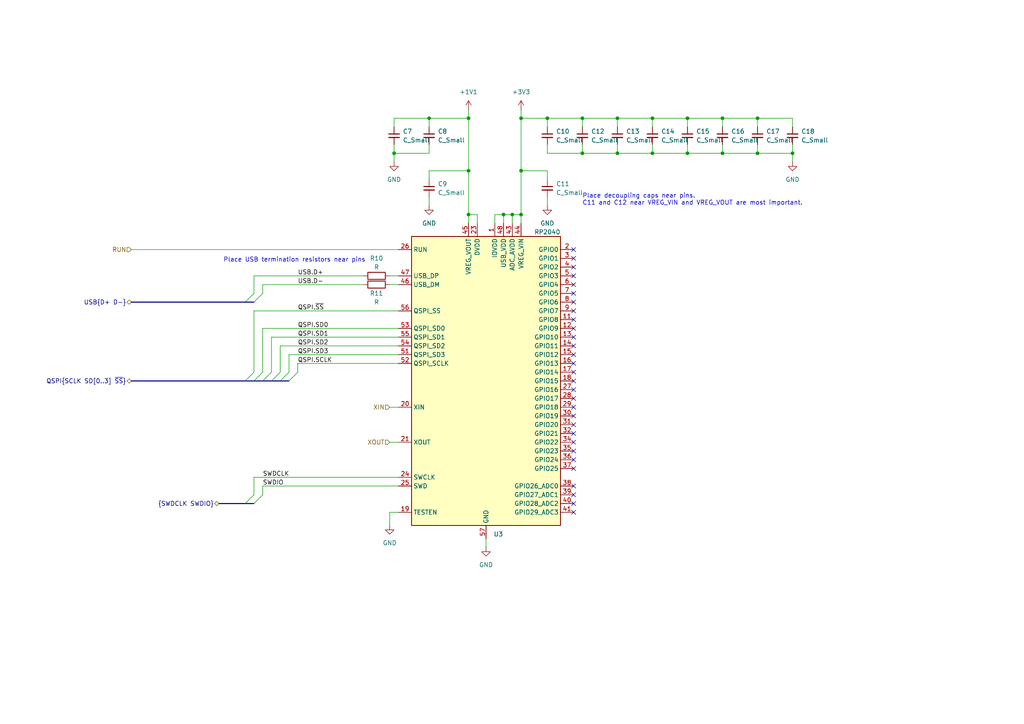
<source format=kicad_sch>
(kicad_sch (version 20231120) (generator "eeschema") (generator_version "8.0")
  (paper "A4")
  (lib_symbols
    (symbol "Device:C_Small" (pin_numbers hide) (pin_names (offset 0.254) hide)
      (property "Reference" "C" (at 0.254 1.778 0))
      (property "Value" "C_Small" (at 0.254 -2.032 0))
      (symbol "C_Small_0_1"
        (polyline (pts (xy -1.524 -0.508) (xy 1.524 -0.508)) (stroke (width 0.3302)))
        (polyline (pts (xy -1.524 0.508) (xy 1.524 0.508)) (stroke (width 0.3048)))
      )
      (symbol "C_Small_1_1"
        (pin passive line (at 0 2.54 270) (length 2.032) (name "~") (number "1"))
        (pin passive line (at 0 -2.54 90) (length 2.032) (name "~") (number "2"))
      )
    )
    (symbol "Device:R" (pin_numbers hide) (pin_names (offset 0))
      (property "Reference" "R" (at 2.032 0 90))
      (property "Value" "R" (at 0 0 90))
      (symbol "R_0_1"
        (rectangle (start -1.016 -2.54) (end 1.016 2.54) (stroke (width 0.254)))
      )
      (symbol "R_1_1"
        (pin passive line (at 0 3.81 270) (length 1.27) (name "~") (number "1"))
        (pin passive line (at 0 -3.81 90) (length 1.27) (name "~") (number "2"))
      )
    )
    (symbol "cubesat_rp2040:RP2040"
      (property "Reference" "U" (at 17.78 45.72 0))
      (property "Value" "RP2040" (at 17.78 43.18 0))
      (symbol "RP2040_0_1"
        (rectangle (start -21.59 41.91) (end 21.59 -41.91) (stroke (width 0.254)) (fill (type background)))
      )
      (symbol "RP2040_1_1"
        (pin power_in line (at 2.54 45.72 270) (length 3.81) (name "IOVDD") (number "1"))
        (pin passive line (at 2.54 45.72 270) (length 3.81) hide (name "IOVDD") (number "10"))
        (pin bidirectional line (at 25.4 17.78 180) (length 3.81) (name "GPIO8") (number "11"))
        (pin bidirectional line (at 25.4 15.24 180) (length 3.81) (name "GPIO9") (number "12"))
        (pin bidirectional line (at 25.4 12.7 180) (length 3.81) (name "GPIO10") (number "13"))
        (pin bidirectional line (at 25.4 10.16 180) (length 3.81) (name "GPIO11") (number "14"))
        (pin bidirectional line (at 25.4 7.62 180) (length 3.81) (name "GPIO12") (number "15"))
        (pin bidirectional line (at 25.4 5.08 180) (length 3.81) (name "GPIO13") (number "16"))
        (pin bidirectional line (at 25.4 2.54 180) (length 3.81) (name "GPIO14") (number "17"))
        (pin bidirectional line (at 25.4 0 180) (length 3.81) (name "GPIO15") (number "18"))
        (pin input line (at -25.4 -38.1 0) (length 3.81) (name "TESTEN") (number "19"))
        (pin bidirectional line (at 25.4 38.1 180) (length 3.81) (name "GPIO0") (number "2"))
        (pin input line (at -25.4 -7.62 0) (length 3.81) (name "XIN") (number "20"))
        (pin passive line (at -25.4 -17.78 0) (length 3.81) (name "XOUT") (number "21"))
        (pin passive line (at 2.54 45.72 270) (length 3.81) hide (name "IOVDD") (number "22"))
        (pin power_in line (at -2.54 45.72 270) (length 3.81) (name "DVDD") (number "23"))
        (pin input line (at -25.4 -27.94 0) (length 3.81) (name "SWCLK") (number "24"))
        (pin bidirectional line (at -25.4 -30.48 0) (length 3.81) (name "SWD") (number "25"))
        (pin input line (at -25.4 38.1 0) (length 3.81) (name "RUN") (number "26"))
        (pin bidirectional line (at 25.4 -2.54 180) (length 3.81) (name "GPIO16") (number "27"))
        (pin bidirectional line (at 25.4 -5.08 180) (length 3.81) (name "GPIO17") (number "28"))
        (pin bidirectional line (at 25.4 -7.62 180) (length 3.81) (name "GPIO18") (number "29"))
        (pin bidirectional line (at 25.4 35.56 180) (length 3.81) (name "GPIO1") (number "3"))
        (pin bidirectional line (at 25.4 -10.16 180) (length 3.81) (name "GPIO19") (number "30"))
        (pin bidirectional line (at 25.4 -12.7 180) (length 3.81) (name "GPIO20") (number "31"))
        (pin bidirectional line (at 25.4 -15.24 180) (length 3.81) (name "GPIO21") (number "32"))
        (pin passive line (at 2.54 45.72 270) (length 3.81) hide (name "IOVDD") (number "33"))
        (pin bidirectional line (at 25.4 -17.78 180) (length 3.81) (name "GPIO22") (number "34"))
        (pin bidirectional line (at 25.4 -20.32 180) (length 3.81) (name "GPIO23") (number "35"))
        (pin bidirectional line (at 25.4 -22.86 180) (length 3.81) (name "GPIO24") (number "36"))
        (pin bidirectional line (at 25.4 -25.4 180) (length 3.81) (name "GPIO25") (number "37"))
        (pin bidirectional line (at 25.4 -30.48 180) (length 3.81) (name "GPIO26_ADC0") (number "38"))
        (pin bidirectional line (at 25.4 -33.02 180) (length 3.81) (name "GPIO27_ADC1") (number "39"))
        (pin bidirectional line (at 25.4 33.02 180) (length 3.81) (name "GPIO2") (number "4"))
        (pin bidirectional line (at 25.4 -35.56 180) (length 3.81) (name "GPIO28_ADC2") (number "40"))
        (pin bidirectional line (at 25.4 -38.1 180) (length 3.81) (name "GPIO29_ADC3") (number "41"))
        (pin passive line (at 2.54 45.72 270) (length 3.81) hide (name "IOVDD") (number "42"))
        (pin power_in line (at 7.62 45.72 270) (length 3.81) (name "ADC_AVDD") (number "43"))
        (pin power_in line (at 10.16 45.72 270) (length 3.81) (name "VREG_VIN") (number "44"))
        (pin power_out line (at -5.08 45.72 270) (length 3.81) (name "VREG_VOUT") (number "45"))
        (pin bidirectional line (at -25.4 27.94 0) (length 3.81) (name "USB_DM") (number "46"))
        (pin bidirectional line (at -25.4 30.48 0) (length 3.81) (name "USB_DP") (number "47"))
        (pin power_in line (at 5.08 45.72 270) (length 3.81) (name "USB_VDD") (number "48"))
        (pin passive line (at 2.54 45.72 270) (length 3.81) hide (name "IOVDD") (number "49"))
        (pin bidirectional line (at 25.4 30.48 180) (length 3.81) (name "GPIO3") (number "5"))
        (pin passive line (at -2.54 45.72 270) (length 3.81) hide (name "DVDD") (number "50"))
        (pin bidirectional line (at -25.4 7.62 0) (length 3.81) (name "QSPI_SD3") (number "51"))
        (pin output line (at -25.4 5.08 0) (length 3.81) (name "QSPI_SCLK") (number "52"))
        (pin bidirectional line (at -25.4 15.24 0) (length 3.81) (name "QSPI_SD0") (number "53"))
        (pin bidirectional line (at -25.4 10.16 0) (length 3.81) (name "QSPI_SD2") (number "54"))
        (pin bidirectional line (at -25.4 12.7 0) (length 3.81) (name "QSPI_SD1") (number "55"))
        (pin bidirectional line (at -25.4 20.32 0) (length 3.81) (name "QSPI_SS") (number "56"))
        (pin power_in line (at 0 -45.72 90) (length 3.81) (name "GND") (number "57"))
        (pin bidirectional line (at 25.4 27.94 180) (length 3.81) (name "GPIO4") (number "6"))
        (pin bidirectional line (at 25.4 25.4 180) (length 3.81) (name "GPIO5") (number "7"))
        (pin bidirectional line (at 25.4 22.86 180) (length 3.81) (name "GPIO6") (number "8"))
        (pin bidirectional line (at 25.4 20.32 180) (length 3.81) (name "GPIO7") (number "9"))
      )
    )
    (symbol "power:+1V1" (power) (pin_numbers hide) (pin_names (offset 0) hide)
      (property "Value" "+1V1" (at 0 3.556 0))
      (symbol "+1V1_0_1"
        (polyline (pts (xy -0.762 1.27) (xy 0 2.54)))
        (polyline (pts (xy 0 0) (xy 0 2.54)))
        (polyline (pts (xy 0 2.54) (xy 0.762 1.27)))
      )
      (symbol "+1V1_1_1"
        (pin power_in line (at 0 0 90) (length 0) (name "~") (number "1"))
      )
    )
    (symbol "power:+3V3" (power) (pin_numbers hide) (pin_names (offset 0) hide)
      (property "Value" "+3V3" (at 0 3.556 0))
      (symbol "+3V3_0_1"
        (polyline (pts (xy -0.762 1.27) (xy 0 2.54)))
        (polyline (pts (xy 0 0) (xy 0 2.54)))
        (polyline (pts (xy 0 2.54) (xy 0.762 1.27)))
      )
      (symbol "+3V3_1_1"
        (pin power_in line (at 0 0 90) (length 0) (name "~") (number "1"))
      )
    )
    (symbol "power:GND" (power) (pin_numbers hide) (pin_names (offset 0) hide)
      (property "Value" "GND" (at 0 -3.81 0))
      (symbol "GND_0_1"
        (polyline (pts (xy 0 0) (xy 0 -1.27) (xy 1.27 -1.27) (xy 0 -2.54) (xy -1.27 -1.27) (xy 0 -1.27)))
      )
      (symbol "GND_1_1"
        (pin power_in line (at 0 0 270) (length 0) (name "~") (number "1"))
      )
    )
  )
  (junction (at 168.91 34.29))
  (junction (at 229.87 44.45))
  (junction (at 189.23 44.45))
  (junction (at 124.46 34.29))
  (junction (at 209.55 44.45))
  (junction (at 179.07 44.45))
  (junction (at 135.89 49.53))
  (junction (at 158.75 34.29))
  (junction (at 219.71 44.45))
  (junction (at 219.71 34.29))
  (junction (at 151.13 34.29))
  (junction (at 179.07 34.29))
  (junction (at 135.89 62.23))
  (junction (at 151.13 62.23))
  (junction (at 199.39 44.45))
  (junction (at 189.23 34.29))
  (junction (at 209.55 34.29))
  (junction (at 199.39 34.29))
  (junction (at 146.05 62.23))
  (junction (at 151.13 49.53))
  (junction (at 148.59 62.23))
  (junction (at 114.3 44.45))
  (junction (at 135.89 34.29))
  (junction (at 168.91 44.45))
  (no_connect (at 166.37 140.97))
  (no_connect (at 166.37 148.59))
  (no_connect (at 166.37 107.95))
  (no_connect (at 166.37 87.63))
  (no_connect (at 166.37 82.55))
  (no_connect (at 166.37 110.49))
  (no_connect (at 166.37 128.27))
  (no_connect (at 166.37 92.71))
  (no_connect (at 166.37 146.05))
  (no_connect (at 166.37 130.81))
  (no_connect (at 166.37 133.35))
  (no_connect (at 166.37 95.25))
  (no_connect (at 166.37 85.09))
  (no_connect (at 166.37 105.41))
  (no_connect (at 166.37 135.89))
  (no_connect (at 166.37 77.47))
  (no_connect (at 166.37 97.79))
  (no_connect (at 166.37 80.01))
  (no_connect (at 166.37 113.03))
  (no_connect (at 166.37 74.93))
  (no_connect (at 166.37 125.73))
  (no_connect (at 166.37 123.19))
  (no_connect (at 166.37 120.65))
  (no_connect (at 166.37 102.87))
  (no_connect (at 166.37 100.33))
  (no_connect (at 166.37 143.51))
  (no_connect (at 166.37 118.11))
  (no_connect (at 166.37 90.17))
  (no_connect (at 166.37 115.57))
  (no_connect (at 166.37 72.39))
  (bus_entry (at 73.66 110.49) (size 2.54 -2.54))
  (bus_entry (at 81.28 110.49) (size 2.54 -2.54))
  (bus_entry (at 71.12 110.49) (size 2.54 -2.54))
  (bus_entry (at 83.82 110.49) (size 2.54 -2.54))
  (bus_entry (at 73.66 143.51) (size -2.54 2.54))
  (bus_entry (at 76.2 85.09) (size -2.54 2.54))
  (bus_entry (at 73.66 85.09) (size -2.54 2.54))
  (bus_entry (at 76.2 143.51) (size -2.54 2.54))
  (bus_entry (at 76.2 110.49) (size 2.54 -2.54))
  (bus_entry (at 78.74 110.49) (size 2.54 -2.54))
  (wire (pts (xy 229.87 46.99) (xy 229.87 44.45)))
  (wire (pts (xy 76.2 140.97) (xy 115.57 140.97)))
  (wire (pts (xy 158.75 44.45) (xy 168.91 44.45)))
  (wire (pts (xy 83.82 107.95) (xy 83.82 102.87)))
  (bus (pts (xy 71.12 87.63) (xy 73.66 87.63)))
  (wire (pts (xy 124.46 57.15) (xy 124.46 59.69)))
  (wire (pts (xy 151.13 34.29) (xy 151.13 49.53)))
  (wire (pts (xy 229.87 34.29) (xy 219.71 34.29)))
  (wire (pts (xy 151.13 62.23) (xy 151.13 49.53)))
  (wire (pts (xy 76.2 140.97) (xy 76.2 143.51)))
  (wire (pts (xy 135.89 62.23) (xy 135.89 64.77)))
  (bus (pts (xy 38.1 87.63) (xy 71.12 87.63)))
  (bus (pts (xy 71.12 146.05) (xy 73.66 146.05)))
  (wire (pts (xy 135.89 62.23) (xy 135.89 49.53)))
  (wire (pts (xy 38.1 72.39) (xy 115.57 72.39)))
  (wire (pts (xy 76.2 82.55) (xy 105.41 82.55)))
  (wire (pts (xy 115.57 148.59) (xy 113.03 148.59)))
  (wire (pts (xy 158.75 52.07) (xy 158.75 49.53)))
  (wire (pts (xy 135.89 34.29) (xy 135.89 49.53)))
  (wire (pts (xy 143.51 62.23) (xy 143.51 64.77)))
  (wire (pts (xy 113.03 128.27) (xy 115.57 128.27)))
  (wire (pts (xy 209.55 44.45) (xy 219.71 44.45)))
  (wire (pts (xy 73.66 138.43) (xy 115.57 138.43)))
  (wire (pts (xy 135.89 31.75) (xy 135.89 34.29)))
  (wire (pts (xy 146.05 62.23) (xy 146.05 64.77)))
  (wire (pts (xy 81.28 107.95) (xy 81.28 100.33)))
  (wire (pts (xy 209.55 41.91) (xy 209.55 44.45)))
  (wire (pts (xy 138.43 62.23) (xy 138.43 64.77)))
  (wire (pts (xy 138.43 62.23) (xy 135.89 62.23)))
  (wire (pts (xy 219.71 34.29) (xy 219.71 36.83)))
  (wire (pts (xy 179.07 41.91) (xy 179.07 44.45)))
  (wire (pts (xy 146.05 62.23) (xy 148.59 62.23)))
  (wire (pts (xy 73.66 107.95) (xy 73.66 90.17)))
  (wire (pts (xy 124.46 41.91) (xy 124.46 44.45)))
  (wire (pts (xy 124.46 34.29) (xy 135.89 34.29)))
  (wire (pts (xy 76.2 95.25) (xy 115.57 95.25)))
  (wire (pts (xy 114.3 34.29) (xy 124.46 34.29)))
  (wire (pts (xy 78.74 107.95) (xy 78.74 97.79)))
  (wire (pts (xy 113.03 148.59) (xy 113.03 152.4)))
  (bus (pts (xy 38.1 110.49) (xy 71.12 110.49)))
  (wire (pts (xy 189.23 44.45) (xy 199.39 44.45)))
  (wire (pts (xy 229.87 36.83) (xy 229.87 34.29)))
  (wire (pts (xy 168.91 41.91) (xy 168.91 44.45)))
  (wire (pts (xy 219.71 34.29) (xy 209.55 34.29)))
  (wire (pts (xy 73.66 80.01) (xy 73.66 85.09)))
  (wire (pts (xy 151.13 34.29) (xy 158.75 34.29)))
  (wire (pts (xy 83.82 102.87) (xy 115.57 102.87)))
  (wire (pts (xy 229.87 41.91) (xy 229.87 44.45)))
  (wire (pts (xy 158.75 41.91) (xy 158.75 44.45)))
  (wire (pts (xy 113.03 118.11) (xy 115.57 118.11)))
  (wire (pts (xy 168.91 34.29) (xy 158.75 34.29)))
  (wire (pts (xy 179.07 34.29) (xy 179.07 36.83)))
  (bus (pts (xy 73.66 110.49) (xy 76.2 110.49)))
  (wire (pts (xy 114.3 36.83) (xy 114.3 34.29)))
  (bus (pts (xy 81.28 110.49) (xy 83.82 110.49)))
  (wire (pts (xy 86.36 107.95) (xy 86.36 105.41)))
  (wire (pts (xy 199.39 34.29) (xy 199.39 36.83)))
  (bus (pts (xy 71.12 110.49) (xy 73.66 110.49)))
  (bus (pts (xy 76.2 110.49) (xy 78.74 110.49)))
  (wire (pts (xy 148.59 62.23) (xy 148.59 64.77)))
  (wire (pts (xy 151.13 62.23) (xy 151.13 64.77)))
  (wire (pts (xy 124.46 44.45) (xy 114.3 44.45)))
  (wire (pts (xy 189.23 41.91) (xy 189.23 44.45)))
  (wire (pts (xy 76.2 107.95) (xy 76.2 95.25)))
  (wire (pts (xy 158.75 49.53) (xy 151.13 49.53)))
  (bus (pts (xy 63.5 146.05) (xy 71.12 146.05)))
  (wire (pts (xy 199.39 34.29) (xy 189.23 34.29)))
  (wire (pts (xy 189.23 34.29) (xy 179.07 34.29)))
  (wire (pts (xy 76.2 82.55) (xy 76.2 85.09)))
  (wire (pts (xy 86.36 105.41) (xy 115.57 105.41)))
  (wire (pts (xy 113.03 80.01) (xy 115.57 80.01)))
  (wire (pts (xy 219.71 41.91) (xy 219.71 44.45)))
  (wire (pts (xy 209.55 34.29) (xy 209.55 36.83)))
  (wire (pts (xy 140.97 156.21) (xy 140.97 158.75)))
  (wire (pts (xy 199.39 41.91) (xy 199.39 44.45)))
  (wire (pts (xy 168.91 34.29) (xy 168.91 36.83)))
  (wire (pts (xy 124.46 52.07) (xy 124.46 49.53)))
  (wire (pts (xy 113.03 82.55) (xy 115.57 82.55)))
  (wire (pts (xy 73.66 80.01) (xy 105.41 80.01)))
  (wire (pts (xy 124.46 34.29) (xy 124.46 36.83)))
  (wire (pts (xy 114.3 41.91) (xy 114.3 44.45)))
  (wire (pts (xy 158.75 57.15) (xy 158.75 59.69)))
  (wire (pts (xy 158.75 34.29) (xy 158.75 36.83)))
  (wire (pts (xy 124.46 49.53) (xy 135.89 49.53)))
  (bus (pts (xy 78.74 110.49) (xy 81.28 110.49)))
  (wire (pts (xy 151.13 31.75) (xy 151.13 34.29)))
  (wire (pts (xy 199.39 44.45) (xy 209.55 44.45)))
  (wire (pts (xy 73.66 138.43) (xy 73.66 143.51)))
  (wire (pts (xy 179.07 44.45) (xy 189.23 44.45)))
  (wire (pts (xy 219.71 44.45) (xy 229.87 44.45)))
  (wire (pts (xy 114.3 44.45) (xy 114.3 46.99)))
  (wire (pts (xy 168.91 44.45) (xy 179.07 44.45)))
  (wire (pts (xy 73.66 90.17) (xy 115.57 90.17)))
  (wire (pts (xy 189.23 34.29) (xy 189.23 36.83)))
  (wire (pts (xy 143.51 62.23) (xy 146.05 62.23)))
  (wire (pts (xy 179.07 34.29) (xy 168.91 34.29)))
  (wire (pts (xy 209.55 34.29) (xy 199.39 34.29)))
  (wire (pts (xy 148.59 62.23) (xy 151.13 62.23)))
  (wire (pts (xy 78.74 97.79) (xy 115.57 97.79)))
  (wire (pts (xy 81.28 100.33) (xy 115.57 100.33)))
  (text "Place decoupling caps near pins.\nC11 and C12 near VREG_VIN and VREG_VOUT are most important." (at 168.91 59.69 0) (effects (font (size 1.27 1.27)) (justify left bottom)))
  (text "Place USB termination resistors near pins" (at 64.77 76.2 0) (effects (font (size 1.27 1.27)) (justify left bottom)))
  (label "QSPI.SD2" (at 86.36 100.33 0))
  (label "QSPI.SD0" (at 86.36 95.25 0))
  (label "SWDCLK" (at 76.2 138.43 0))
  (label "USB.D+" (at 86.36 80.01 0))
  (label "QSPI.SD1" (at 86.36 97.79 0))
  (label "QSPI.~{SS}" (at 86.36 90.17 0))
  (label "SWDIO" (at 76.2 140.97 0))
  (label "USB.D-" (at 86.36 82.55 0))
  (label "QSPI.SCLK" (at 86.36 105.41 0))
  (label "QSPI.SD3" (at 86.36 102.87 0))
  (hierarchical_label "QSPI{SCLK SD[0..3] ~{SS}}" (shape bidirectional) (at 38.1 110.49 180))
  (hierarchical_label "{SWDCLK SWDIO}" (shape bidirectional) (at 63.5 146.05 180))
  (hierarchical_label "XIN" (shape input) (at 113.03 118.11 180))
  (hierarchical_label "RUN" (shape input) (at 38.1 72.39 180))
  (hierarchical_label "XOUT" (shape input) (at 113.03 128.27 180))
  (hierarchical_label "USB{D+ D-}" (shape bidirectional) (at 38.1 87.63 180))
  (symbol (lib_id "power:GND") (at 114.3 46.99 0) (unit 1)
    (property "Reference" "#PWR021" (effects (hide yes)))
    (property "Value" "GND" (at 114.3 52.07 0))
    (property "Description" "Power symbol creates a global label with name \"GND\" , ground" (effects (hide yes)))
  )
  (symbol (lib_id "Device:C_Small") (at 179.07 39.37 0) (unit 1)
    (property "Reference" "C13" (at 181.61 38.1063 0) (effects (justify left)))
    (property "Value" "C_Small" (at 181.61 40.6463 0) (effects (justify left)))
    (property "Footprint" "Capacitor_SMD:C_0402_1005Metric" (effects (hide yes)))
    (property "Description" "Unpolarized capacitor, small symbol" (effects (hide yes)))
    (property "Manufacturer_Name" "Samsung Electro-Mechanics" (effects (hide yes)))
    (property "Manufacturer_Part_Number" "CL31B104KBCNNNC" (effects (hide yes)))
  )
  (symbol (lib_id "power:GND") (at 140.97 158.75 0) (unit 1)
    (property "Reference" "#PWR024" (effects (hide yes)))
    (property "Value" "GND" (at 140.97 163.83 0))
    (property "Description" "Power symbol creates a global label with name \"GND\" , ground" (effects (hide yes)))
  )
  (symbol (lib_id "Device:C_Small") (at 209.55 39.37 0) (unit 1)
    (property "Reference" "C16" (at 212.09 38.1063 0) (effects (justify left)))
    (property "Value" "C_Small" (at 212.09 40.6463 0) (effects (justify left)))
    (property "Footprint" "Capacitor_SMD:C_0402_1005Metric" (effects (hide yes)))
    (property "Description" "Unpolarized capacitor, small symbol" (effects (hide yes)))
    (property "Manufacturer_Name" "Samsung Electro-Mechanics" (effects (hide yes)))
    (property "Manufacturer_Part_Number" "CL31B104KBCNNNC" (effects (hide yes)))
  )
  (symbol (lib_id "Device:C_Small") (at 189.23 39.37 0) (unit 1)
    (property "Reference" "C14" (at 191.77 38.1063 0) (effects (justify left)))
    (property "Value" "C_Small" (at 191.77 40.6463 0) (effects (justify left)))
    (property "Footprint" "Capacitor_SMD:C_0402_1005Metric" (effects (hide yes)))
    (property "Description" "Unpolarized capacitor, small symbol" (effects (hide yes)))
    (property "Manufacturer_Name" "Samsung Electro-Mechanics" (effects (hide yes)))
    (property "Manufacturer_Part_Number" "CL31B104KBCNNNC" (effects (hide yes)))
  )
  (symbol (lib_id "power:GND") (at 229.87 46.99 0) (unit 1)
    (property "Reference" "#PWR027" (effects (hide yes)))
    (property "Value" "GND" (at 229.87 52.07 0))
    (property "Description" "Power symbol creates a global label with name \"GND\" , ground" (effects (hide yes)))
  )
  (symbol (lib_id "Device:C_Small") (at 124.46 54.61 0) (unit 1)
    (property "Reference" "C9" (at 127 53.3463 0) (effects (justify left)))
    (property "Value" "C_Small" (at 127 55.8863 0) (effects (justify left)))
    (property "Footprint" "Capacitor_SMD:C_0402_1005Metric" (effects (hide yes)))
    (property "Description" "Unpolarized capacitor, small symbol" (effects (hide yes)))
    (property "Manufacturer_Name" "Samsung Electro-Mechanics" (effects (hide yes)))
    (property "Manufacturer_Part_Number" "CL31B225KBHNNNE" (effects (hide yes)))
  )
  (symbol (lib_id "power:GND") (at 158.75 59.69 0) (unit 1)
    (property "Reference" "#PWR026" (effects (hide yes)))
    (property "Value" "GND" (at 158.75 64.77 0))
    (property "Description" "Power symbol creates a global label with name \"GND\" , ground" (effects (hide yes)))
  )
  (symbol (lib_id "Device:C_Small") (at 114.3 39.37 0) (unit 1)
    (property "Reference" "C7" (at 116.84 38.1063 0) (effects (justify left)))
    (property "Value" "C_Small" (at 116.84 40.6463 0) (effects (justify left)))
    (property "Footprint" "Capacitor_SMD:C_0402_1005Metric" (effects (hide yes)))
    (property "Description" "Unpolarized capacitor, small symbol" (effects (hide yes)))
    (property "Manufacturer_Name" "Samsung Electro-Mechanics" (effects (hide yes)))
    (property "Manufacturer_Part_Number" "CL31B104KBCNNNC" (effects (hide yes)))
  )
  (symbol (lib_id "power:GND") (at 124.46 59.69 0) (unit 1)
    (property "Reference" "#PWR022" (effects (hide yes)))
    (property "Value" "GND" (at 124.46 64.77 0))
    (property "Description" "Power symbol creates a global label with name \"GND\" , ground" (effects (hide yes)))
  )
  (symbol (lib_id "Device:C_Small") (at 168.91 39.37 0) (unit 1)
    (property "Reference" "C12" (at 171.45 38.1063 0) (effects (justify left)))
    (property "Value" "C_Small" (at 171.45 40.6463 0) (effects (justify left)))
    (property "Footprint" "Capacitor_SMD:C_0402_1005Metric" (effects (hide yes)))
    (property "Description" "Unpolarized capacitor, small symbol" (effects (hide yes)))
    (property "Manufacturer_Name" "Samsung Electro-Mechanics" (effects (hide yes)))
    (property "Manufacturer_Part_Number" "CL31B104KBCNNNC" (effects (hide yes)))
  )
  (symbol (lib_id "Device:C_Small") (at 158.75 54.61 0) (unit 1)
    (property "Reference" "C11" (at 161.29 53.3463 0) (effects (justify left)))
    (property "Value" "C_Small" (at 161.29 55.8863 0) (effects (justify left)))
    (property "Footprint" "Capacitor_SMD:C_0402_1005Metric" (effects (hide yes)))
    (property "Description" "Unpolarized capacitor, small symbol" (effects (hide yes)))
    (property "Manufacturer_Name" "Samsung Electro-Mechanics" (effects (hide yes)))
    (property "Manufacturer_Part_Number" "CL31B225KBHNNNE" (effects (hide yes)))
  )
  (symbol (lib_id "Device:R") (at 109.22 80.01 90) (unit 1)
    (property "Reference" "R10" (at 109.22 74.93 90))
    (property "Value" "R" (at 109.22 77.47 90))
    (property "Footprint" "Resistor_SMD:R_0402_1005Metric" (effects (hide yes)))
    (property "Description" "Resistor" (effects (hide yes)))
  )
  (symbol (lib_id "Device:C_Small") (at 158.75 39.37 0) (unit 1)
    (property "Reference" "C10" (at 161.29 38.1063 0) (effects (justify left)))
    (property "Value" "C_Small" (at 161.29 40.6463 0) (effects (justify left)))
    (property "Footprint" "Capacitor_SMD:C_0402_1005Metric" (effects (hide yes)))
    (property "Description" "Unpolarized capacitor, small symbol" (effects (hide yes)))
    (property "Manufacturer_Name" "Samsung Electro-Mechanics" (effects (hide yes)))
    (property "Manufacturer_Part_Number" "CL31B104KBCNNNC" (effects (hide yes)))
  )
  (symbol (lib_id "Device:C_Small") (at 219.71 39.37 0) (unit 1)
    (property "Reference" "C17" (at 222.25 38.1063 0) (effects (justify left)))
    (property "Value" "C_Small" (at 222.25 40.6463 0) (effects (justify left)))
    (property "Footprint" "Capacitor_SMD:C_0402_1005Metric" (effects (hide yes)))
    (property "Description" "Unpolarized capacitor, small symbol" (effects (hide yes)))
    (property "Manufacturer_Name" "Samsung Electro-Mechanics" (effects (hide yes)))
    (property "Manufacturer_Part_Number" "CL31B104KBCNNNC" (effects (hide yes)))
  )
  (symbol (lib_id "cubesat_rp2040:RP2040") (at 140.97 110.49 0) (unit 1)
    (property "Reference" "U3" (at 143.1641 154.94 0) (effects (justify left)))
    (property "Value" "RP2040" (at 158.75 67.31 0))
    (property "Footprint" "Package_DFN_QFN:QFN-56-1EP_7x7mm_P0.4mm_EP3.2x3.2mm" (effects (hide yes)))
    (property "Datasheet" "https://datasheets.raspberrypi.com/rp2040/rp2040-datasheet.pdf" (effects (hide yes)))
    (property "Description" "A microcontroller by Raspberry Pi" (effects (hide yes)))
  )
  (symbol (lib_id "Device:C_Small") (at 199.39 39.37 0) (unit 1)
    (property "Reference" "C15" (at 201.93 38.1063 0) (effects (justify left)))
    (property "Value" "C_Small" (at 201.93 40.6463 0) (effects (justify left)))
    (property "Footprint" "Capacitor_SMD:C_0402_1005Metric" (effects (hide yes)))
    (property "Description" "Unpolarized capacitor, small symbol" (effects (hide yes)))
    (property "Manufacturer_Name" "Samsung Electro-Mechanics" (effects (hide yes)))
    (property "Manufacturer_Part_Number" "CL31B104KBCNNNC" (effects (hide yes)))
  )
  (symbol (lib_id "power:+3V3") (at 151.13 31.75 0) (unit 1)
    (property "Reference" "#PWR025" (effects (hide yes)))
    (property "Value" "+3V3" (at 151.13 26.67 0))
    (property "Description" "Power symbol creates a global label with name \"+3V3\"" (effects (hide yes)))
  )
  (symbol (lib_id "Device:R") (at 109.22 82.55 90) (unit 1)
    (property "Reference" "R11" (at 109.22 85.09 90))
    (property "Value" "R" (at 109.22 87.63 90))
    (property "Footprint" "Resistor_SMD:R_0402_1005Metric" (effects (hide yes)))
    (property "Description" "Resistor" (effects (hide yes)))
  )
  (symbol (lib_id "Device:C_Small") (at 229.87 39.37 0) (unit 1)
    (property "Reference" "C18" (at 232.41 38.1063 0) (effects (justify left)))
    (property "Value" "C_Small" (at 232.41 40.6463 0) (effects (justify left)))
    (property "Footprint" "Capacitor_SMD:C_0402_1005Metric" (effects (hide yes)))
    (property "Description" "Unpolarized capacitor, small symbol" (effects (hide yes)))
    (property "Manufacturer_Name" "Samsung Electro-Mechanics" (effects (hide yes)))
    (property "Manufacturer_Part_Number" "CL31B104KBCNNNC" (effects (hide yes)))
  )
  (symbol (lib_id "power:+1V1") (at 135.89 31.75 0) (unit 1)
    (property "Reference" "#PWR023" (effects (hide yes)))
    (property "Value" "+1V1" (at 135.89 26.67 0))
    (property "Description" "Power symbol creates a global label with name \"+1V1\"" (effects (hide yes)))
  )
  (symbol (lib_id "Device:C_Small") (at 124.46 39.37 0) (unit 1)
    (property "Reference" "C8" (at 127 38.1063 0) (effects (justify left)))
    (property "Value" "C_Small" (at 127 40.6463 0) (effects (justify left)))
    (property "Footprint" "Capacitor_SMD:C_0402_1005Metric" (effects (hide yes)))
    (property "Description" "Unpolarized capacitor, small symbol" (effects (hide yes)))
    (property "Manufacturer_Name" "Samsung Electro-Mechanics" (effects (hide yes)))
    (property "Manufacturer_Part_Number" "CL31B104KBCNNNC" (effects (hide yes)))
  )
  (symbol (lib_id "power:GND") (at 113.03 152.4 0) (unit 1)
    (property "Reference" "#PWR020" (effects (hide yes)))
    (property "Value" "GND" (at 113.03 157.48 0))
    (property "Description" "Power symbol creates a global label with name \"GND\" , ground" (effects (hide yes)))
  )
)
</source>
